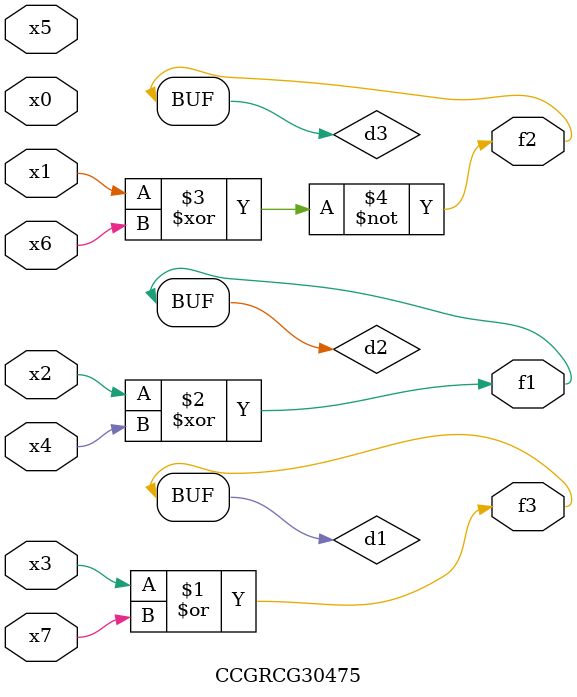
<source format=v>
module CCGRCG30475(
	input x0, x1, x2, x3, x4, x5, x6, x7,
	output f1, f2, f3
);

	wire d1, d2, d3;

	or (d1, x3, x7);
	xor (d2, x2, x4);
	xnor (d3, x1, x6);
	assign f1 = d2;
	assign f2 = d3;
	assign f3 = d1;
endmodule

</source>
